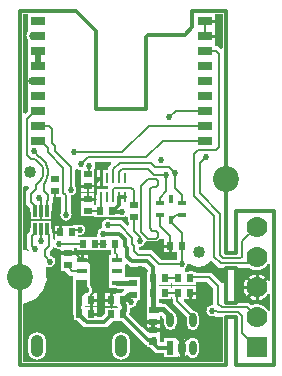
<source format=gbr>
G04 ================== begin FILE IDENTIFICATION RECORD ==================*
G04 Layout Name:  STEVAL-STLCR01V1.brd*
G04 Film Name:    STEVAL-STLCR01V1-01TOP.GBR*
G04 File Format:  Gerber RS274X*
G04 File Origin:  Cadence Allegro 16.5-P002*
G04 Origin Date:  Wed May 18 11:18:33 2016*
G04 *
G04 Layer:  VIA CLASS/TOP*
G04 Layer:  PIN/TOP*
G04 Layer:  ETCH/TOP*
G04 Layer:  BOARD GEOMETRY/TOOLING_CORNERS*
G04 *
G04 Offset:    (0.0000 0.0000)*
G04 Mirror:    No*
G04 Mode:      Positive*
G04 Rotation:  0*
G04 FullContactRelief:  No*
G04 UndefLineWidth:     0.0000*
G04 ================== end FILE IDENTIFICATION RECORD ====================*
%FSLAX25Y25*MOMM*%
%IR0*IPPOS*OFA0.00000B0.00000*MIA0B0*SFA1.00000B1.00000*%
%ADD15R,1.3X.8*%
%ADD11C,.52*%
%ADD21O,.5989X1.1989*%
%ADD22R,.5989X1.1989*%
%ADD10O,1.05X1.9*%
%ADD12C,2.2*%
%ADD18R,1.6002X2.54*%
%ADD20R,.25X.9*%
%ADD13C,1.016*%
%ADD19R,.635X.508*%
%ADD16R,.508X.635*%
%ADD26C,1.778*%
%ADD24R,.381X.7874*%
%ADD25R,1.778X1.778*%
%ADD14R,.3048X.9906*%
%ADD17R,.889X.4064*%
%ADD23R,.6858X.3556*%
%ADD27C,.2*%
%ADD28C,.3*%
%ADD29C,.4*%
%ADD30C,.5*%
%ADD31C,.25*%
%ADD32O,1.5044X2.3544*%
G75*
%LPD*%
G75*
G36*
G01X30000Y30000D02*
Y521660D01*
X34320Y522310D01*
G03X218350Y823090I-34321J227688D01*
G02X232700Y835310I9634J3222D01*
G03X265430Y926120I22626J43148D01*
G01X263950Y926430D01*
X252580Y937810D01*
Y959180D01*
X285020Y991620D01*
Y998990D01*
X292350D01*
X293870Y997320D01*
G03X338580Y982040I36134J32679D01*
G02X350530Y972040I1791J-10000D01*
G01Y801080D01*
X387320D01*
X428420Y759980D01*
X447280D01*
Y517280D01*
X447500D01*
Y473640D01*
G03X449270Y460460I50019J8D01*
G01X449410Y459950D01*
X450210Y446090D01*
X454180Y442540D01*
Y435000D01*
G03X455900Y421980I50022J-15D01*
G01X456080Y421330D01*
Y380530D01*
X488650D01*
X548470Y320710D01*
X734930D01*
X789750Y375530D01*
X860250D01*
X948430Y287350D01*
Y287340D01*
X1066010Y169760D01*
X1075530D01*
Y151080D01*
X1105250D01*
X1151350Y104980D01*
X1222340D01*
Y67340D01*
X1327750D01*
G02X1343030Y74770I10077J-1298D01*
G03X1408610Y84180I26975J45231D01*
G02X1424500Y82920I7447J-6912D01*
G03X1511340Y94990I40493J27091D01*
G03X1517660Y120000I-46349J25016D01*
G01Y180000D01*
G03X1425180Y214470I-52664J0D01*
G02X1409810I-7685J6654D01*
G03X1343030Y225230I-39811J-34472D01*
G02X1327750Y232660I-5203J8728D01*
G01X1222340D01*
Y195020D01*
X1188650D01*
X1185020Y198650D01*
Y228640D01*
X1184470Y229190D01*
Y418510D01*
G02X1193340Y421890I5080J-2D01*
G01X1201400Y412880D01*
X1222340Y391930D01*
Y350000D01*
G03X1327660I52660J0D01*
G01Y410000D01*
G03X1325250Y425760I-52662J11D01*
G01X1325020Y426500D01*
Y430720D01*
X1322040Y433700D01*
X1321680Y434390D01*
G03X1299400Y456670I-46675J-24395D01*
G01X1298710Y457030D01*
X1274120Y481620D01*
X1255480Y502490D01*
X1255410Y502570D01*
X1237650Y522390D01*
X1180020Y525630D01*
Y560530D01*
X1278920D01*
Y574980D01*
X1291080D01*
Y560530D01*
X1295070D01*
Y523420D01*
X1412320Y406170D01*
Y350100D01*
G03X1517660I52670J0D01*
G01Y410100D01*
G03X1470820Y462440I-52663J0D01*
G01X1469050Y462640D01*
X1388500Y543190D01*
G02X1395680Y560530I7186J7181D01*
G01X1488920D01*
Y669470D01*
X1291080D01*
Y655020D01*
X1278920D01*
Y669470D01*
X1179220D01*
Y680530D01*
X1278920D01*
Y694980D01*
X1291080D01*
Y680530D01*
X1488920D01*
Y704970D01*
X1588430D01*
X1639980Y653420D01*
Y519720D01*
G02X1629200Y509580I-10159J0D01*
G03X1646850Y416820I-2997J-48629D01*
G01X1650070Y418330D01*
X1658420Y409980D01*
X1720000D01*
Y30000D01*
X30000D01*
G37*
G36*
G01X630020Y1619220D02*
Y1657110D01*
G03X634140Y1705520I-40020J27786D01*
G02X643350Y1719980I9205J4300D01*
G01X768860D01*
G02X776040Y1702640I-6J-10159D01*
G01X749980Y1676580D01*
Y1652720D01*
X654780D01*
Y1517280D01*
X748420D01*
G02X752010Y1508610I-2J-5079D01*
G01X749980Y1506580D01*
Y1492720D01*
X654780D01*
Y1446380D01*
X649760Y1441360D01*
Y1362350D01*
X647680Y1360270D01*
X629470D01*
Y1458920D01*
X520530D01*
Y1261080D01*
X630380D01*
Y1251330D01*
X828220D01*
Y1254980D01*
X851350D01*
X852240Y1254630D01*
G03X898110Y1260210I17755J45369D01*
G02X914130Y1251910I5860J-8301D01*
G01Y1211080D01*
X928580D01*
Y1187540D01*
G02X911240Y1180360I-10159J6D01*
G01X861580Y1230020D01*
X772790D01*
G03X698450Y1175640I-27786J-40019D01*
G02X691290Y1162810I-9709J-2994D01*
G03X658020Y1098260I12241J-47158D01*
G02X648530Y1084470I-9489J-3630D01*
G01X493920D01*
Y1099500D01*
X499520D01*
X500030Y1099390D01*
G03X482110Y1187120I9869J47711D01*
G01X451320D01*
X443670Y1179470D01*
X296080D01*
Y1064970D01*
G03X294300Y1063160I33836J-35055D01*
G02X285500Y1066610I-3722J3455D01*
G01Y1093710D01*
X285020Y1094190D01*
Y1117290D01*
X270020Y1132290D01*
Y1150000D01*
G03X268190Y1161960I-40019J-3D01*
G01X267960Y1162700D01*
Y1222250D01*
X92040D01*
Y1162700D01*
X91810Y1161960D01*
G03X89980Y1150000I38189J-11963D01*
G01Y1132290D01*
X64980Y1107290D01*
Y993420D01*
X82030Y976380D01*
X82340Y974900D01*
G03X82700Y973340I47643J10173D01*
G02X76090Y967330I-4932J-1216D01*
G03X34320Y977690I-76074J-217334D01*
G01X30000Y978340D01*
Y1509740D01*
G02X43580Y1519310I10159J4D01*
G03X72680Y1512740I41412J115692D01*
G02X78850Y1495450I-1016J-10108D01*
G01X53520Y1470120D01*
Y1364170D01*
X89980Y1327710D01*
Y1310000D01*
G03X91810Y1298040I40019J3D01*
G01X92040Y1297300D01*
Y1237750D01*
X267960D01*
Y1297300D01*
X268190Y1298040D01*
G03X270020Y1310000I-38189J11963D01*
G01Y1372950D01*
X280770Y1383700D01*
Y1426080D01*
X346780D01*
X350900Y1421960D01*
Y1300600D01*
G03X430940I40020J-27790D01*
G01Y1436080D01*
X435450Y1436590D01*
G03X470020Y1512790I-5449J48414D01*
G01Y1652520D01*
G02X486190Y1660710I10159J-1D01*
G03X515410Y1651280I28811J39289D01*
G02X520530Y1646200I41J-5079D01*
G01Y1471080D01*
X629470D01*
Y1618670D01*
X630020Y1619220D01*
G37*
G36*
G01X67280Y2149880D02*
X47340Y2129940D01*
G02X30000Y2137120I-7181J7186D01*
G01Y2970000D01*
X67280D01*
Y2821840D01*
G03Y2760160I37720J-30840D01*
G01Y2149880D01*
G37*
G36*
G01X932150Y452930D02*
X930870Y475790D01*
G02X941700Y486490I10143J565D01*
G03X993480Y539920I3299J48608D01*
G02X1003590Y551080I10111J1000D01*
G01X1014470D01*
Y748920D01*
X973670D01*
X973020Y749100D01*
G03X951510Y750090I-13001J-48301D01*
G01X951080Y750020D01*
X892170D01*
Y849630D01*
G02X909510Y856820I10159J4D01*
G01X930310Y836020D01*
X1058230D01*
X1084180Y810070D01*
Y789470D01*
X1081080D01*
Y748670D01*
X1080900Y748020D01*
G03X1079180Y735000I48302J-13005D01*
G01Y615000D01*
G03X1079910Y606510I50018J24D01*
G01X1079980Y606080D01*
Y518920D01*
X1075530D01*
Y312110D01*
G02X1058190Y304920I-10159J-4D01*
G01X1038470Y324640D01*
Y324650D01*
X925820Y437300D01*
Y445840D01*
X932150Y452930D01*
G37*
G36*
G01X826200Y500530D02*
X829950Y496330D01*
X829730Y492500D01*
X829950Y488670D01*
X826200Y484470D01*
X726080D01*
Y439200D01*
X697630Y410750D01*
X653920D01*
Y489470D01*
X551810D01*
X549830Y491240D01*
G02X549820Y498810I3382J3789D01*
G01X551730Y500530D01*
X653920D01*
Y609470D01*
X618170D01*
G02X608350Y622230I1J10160D01*
G03X610010Y635010I-48365J12780D01*
G01Y645570D01*
G03X602720Y671570I-50010J0D01*
G01Y752720D01*
X592170D01*
Y933040D01*
X459470D01*
Y989980D01*
X486080D01*
Y975530D01*
X770780D01*
Y933040D01*
X757830D01*
Y656960D01*
X799510D01*
G03X825000Y649980I25490J43053D01*
G01X875510D01*
G02X882700Y632640I3J-10159D01*
G01X859530Y609470D01*
X726080D01*
Y500530D01*
X826200D01*
G37*
G36*
G01X480000Y550000D02*
Y720000D01*
X570000D01*
Y630000D01*
X530000Y590000D01*
Y550000D01*
X480000D01*
G37*
G36*
G01X1712650Y693950D02*
X1621590Y785010D01*
X1488920D01*
Y789470D01*
X1476880D01*
X1475600Y790320D01*
G03X1421560I-27020J-40540D01*
G01X1420280Y789470D01*
X1400780D01*
Y799850D01*
G03X1399380Y805000I-10162J3D01*
G02X1401560Y817880I8761J5142D01*
G03X1418710Y853850I-31559J37120D01*
G02X1435440Y861350I10155J-242D01*
G03X1612280Y879920I79561J93649D01*
G02X1627500Y880900I8041J-6206D01*
G01X1683420Y824980D01*
X1729990D01*
Y701130D01*
G02X1712650Y693950I-10159J6D01*
G37*
G36*
G01X1010060Y985510D02*
Y996200D01*
G02X1015130Y1001280I5080J0D01*
G03X1063450Y1044850I-128J48721D01*
G02X1080730Y1050950I10099J-1083D01*
G01X1081710Y1049980D01*
X1158290D01*
X1178310Y1070000D01*
X1221080D01*
Y955530D01*
X1329980D01*
Y895020D01*
X1288420D01*
X1287940Y894540D01*
X1199700D01*
X1119990Y974250D01*
X1021320D01*
X1010060Y985510D01*
G37*
G36*
G01X1702660Y2677940D02*
X1676580Y2704020D01*
X1652720D01*
Y2970000D01*
X1720000D01*
Y2685120D01*
G02X1702660Y2677940I-10159J6D01*
G37*
G36*
G01X2101090Y462790D02*
G03X1962710Y509300I-96093J-56789D01*
G01X1959580Y508020D01*
X1937500Y530100D01*
X1850010D01*
Y824980D01*
X1937660D01*
G03X2101090Y857210I67337J89020D01*
G02X2120000Y852040I8749J-5166D01*
G01Y721960D01*
G02X2101090Y716790I-10161J-4D01*
G03Y603210I-96090J-56790D01*
G02X2120000Y598040I8749J-5166D01*
G01Y467960D01*
G02X2101090Y462790I-10161J-4D01*
G37*
%LPC*%
G75*
G54D32*
X857500Y165000D03*
X142500D03*
%LPD*%
G75*
G54D10*
X142500Y165000D03*
X857500D03*
G54D20*
X890000Y1425000D03*
X840000D03*
X790000D03*
X740000D03*
X690000D03*
Y1585000D03*
X740000D03*
X790000D03*
X840000D03*
X890000D03*
G54D11*
X100000Y450000D03*
X65000Y340000D03*
X59520Y1230000D03*
X130000Y985000D03*
X165000Y1420000D03*
X95000Y2410000D03*
X120000Y1810000D03*
X155000Y2283000D03*
X120000Y2537000D03*
X105000Y2791000D03*
X285000Y640000D03*
X210000Y540000D03*
X705000Y629300D03*
X795000Y630000D03*
X705000Y555000D03*
X675000Y885000D03*
Y705000D03*
Y795000D03*
X255330Y878460D03*
X559990Y635010D03*
X745000Y1190000D03*
X870000Y1300000D03*
X600000Y1115000D03*
X703530Y1115650D03*
X730000Y1695000D03*
X475000Y1370000D03*
X390920Y1272810D03*
X509900Y1147100D03*
X590000Y1684900D03*
X430000Y1485000D03*
X515000Y1700000D03*
X310000Y1580000D03*
X180000Y1050000D03*
X330000Y1030000D03*
X305000Y1250000D03*
X463030Y1804190D03*
X1010000Y160000D03*
X1464990Y110010D03*
X1448580Y749780D03*
X1135210Y214780D03*
X960000Y235000D03*
X945000Y535100D03*
X1015000Y815000D03*
X1675000Y350000D03*
X1635000Y830000D03*
X1270000Y920000D03*
X1370000Y855000D03*
X1626200Y460950D03*
X1515000Y265000D03*
X1015000Y455000D03*
X1075000Y1005000D03*
X1015000Y1050000D03*
X1242760Y1610000D03*
X1316420Y1624330D03*
X1575000Y1760000D03*
X1195000Y1735000D03*
X1265000Y2100000D03*
X1580000Y2410000D03*
X1550000Y2275000D03*
X1565000Y2920000D03*
Y2791000D03*
X1570000Y2535000D03*
G54D30*
G01X155000Y2537000D02*
Y2664000D01*
G54D12*
X0Y750000D03*
X1750000Y1580000D03*
G54D21*
X1464990Y150000D03*
X1370000D03*
X1275000Y380000D03*
X1464990Y380100D03*
G54D31*
G01X155000Y2791000D02*
X105000D01*
G01X605800Y435000D02*
X659000D01*
G01X605800D02*
Y494550D01*
G01Y555000D02*
X659000D01*
G01X605800Y495450D02*
Y555000D01*
G01X721000D02*
X774200D01*
G01D02*
Y614550D01*
G01Y495450D02*
Y555000D01*
G01X525000Y890000D02*
X597250D01*
G01X525000D02*
Y938120D01*
G01X649700Y1585000D02*
X690000D01*
G01D02*
Y1657800D01*
G01Y1512200D02*
Y1585000D01*
G01X291000Y1125000D02*
X344200D01*
G01D02*
Y1184550D01*
G01X575000Y1410800D02*
X634550D01*
G01X515450D02*
X575000D01*
G01X515450Y1519200D02*
X575000D01*
G01X300000Y1575800D02*
X304200Y1580000D01*
X310000D01*
G01X306350Y1575800D02*
X300000D01*
G01X1440800Y615000D02*
X1494000D01*
G01X1440800Y555450D02*
Y615000D01*
G01X1216000Y1010000D02*
X1269200D01*
G01Y950450D02*
Y1010000D01*
G01X1565000Y2791000D02*
X1657800D01*
G01X1565000Y2918000D02*
X1657800D01*
G01X1917400Y747600D02*
X2005000Y660000D01*
G01D02*
X2092600Y747600D01*
G01X1917400Y572400D02*
X2005000Y660000D01*
G01X1888300D02*
X2005000D01*
G01D02*
Y776700D01*
G01Y543300D02*
Y660000D01*
G54D13*
X85000Y1635000D03*
X1515000Y955000D03*
G54D22*
X1275000Y150000D03*
G54D23*
X1185000Y1370000D03*
Y1270000D03*
X1375000Y1370000D03*
Y1270000D03*
G54D14*
X130000Y1150000D03*
Y1310000D03*
X230000Y1150000D03*
X180000D03*
Y1310000D03*
X230000D03*
G54D24*
X1280000Y1410000D03*
Y1230000D03*
G54D15*
X155000Y2410000D03*
Y2283000D03*
Y2156000D03*
Y2029000D03*
Y1902000D03*
Y2918000D03*
Y2791000D03*
Y2664000D03*
Y2537000D03*
X1565000Y1902000D03*
Y2029000D03*
Y2156000D03*
Y2283000D03*
Y2410000D03*
Y2537000D03*
Y2664000D03*
Y2791000D03*
Y2918000D03*
G54D25*
X2005000Y152000D03*
G54D16*
X774200Y430000D03*
X875800D03*
X605800Y435000D03*
X504200D03*
X605800Y555000D03*
X504200D03*
X774200D03*
X875800D03*
X780100Y1305800D03*
X678500D03*
X810800Y1030000D03*
X709200D03*
X445800Y1125000D03*
X344200D03*
X635800Y1030000D03*
X534200D03*
X1440800Y735000D03*
X1339200D03*
X1230800D03*
X1129200D03*
Y615000D03*
X1230800D03*
X1339200D03*
X1440800D03*
X1269200Y1010000D03*
X1370800D03*
G54D17*
X825000Y700000D03*
Y795000D03*
Y890000D03*
X525000D03*
Y795000D03*
Y700000D03*
G54D26*
X2005000Y406000D03*
Y660000D03*
Y914000D03*
Y1168000D03*
G54D27*
G01X155000Y2156000D02*
X130000D01*
X57500Y2083500D01*
Y1782500D01*
X92140Y1747860D01*
X96120D01*
X117920Y1743530D01*
X138460Y1735020D01*
X156950Y1722670D01*
X172670Y1706950D01*
X185020Y1688460D01*
X193530Y1667920D01*
X197860Y1646120D01*
Y1623880D01*
X193530Y1602080D01*
X185020Y1581540D01*
X172670Y1563050D01*
X138440Y1528820D01*
Y1517270D01*
X135000Y1514970D01*
Y1495000D01*
X93540Y1453540D01*
Y1380750D01*
X130000Y1344290D01*
Y1310000D01*
G01Y985000D02*
X105000Y1010000D01*
Y1090710D01*
X130000Y1115710D01*
Y1150000D01*
G01X55000Y2410000D02*
X95000D01*
G01X390920Y1272810D02*
Y1438540D01*
X369520Y1459940D01*
Y1510060D01*
X370000Y1510540D01*
Y1674130D01*
X241220Y1802910D01*
Y1840780D01*
X180000Y1902000D01*
X155000D01*
G01X430000Y1485000D02*
Y1680000D01*
X300000Y1810000D01*
Y1855000D01*
X275000Y1880000D01*
Y2004000D01*
X250000Y2029000D01*
X155000D01*
G01X95000Y2410000D02*
X155000D01*
G01X120000Y1810000D02*
X162770Y1767230D01*
X168960D01*
X203740Y1732450D01*
X206140Y1728860D01*
X220470Y1714530D01*
Y1707410D01*
X232000Y1679590D01*
X237860Y1650060D01*
Y1619940D01*
X232000Y1590410D01*
X220470Y1562590D01*
X203740Y1537550D01*
Y1478870D01*
X240750Y1441860D01*
Y1400280D01*
X230000Y1389530D01*
Y1310000D01*
G01X525000Y890000D02*
X464200Y950800D01*
G01X628660Y748660D02*
X675000Y795000D01*
G01X620990Y609740D02*
Y615990D01*
X625000Y620000D01*
G01X605800Y555000D02*
Y594550D01*
X620990Y609740D01*
G01X810800Y1030000D02*
Y954520D01*
X825000Y940320D01*
Y890000D01*
G01X525000Y795000D02*
X520000Y800000D01*
X445000D01*
X405000Y840000D01*
Y849200D01*
G01X675000Y705000D02*
Y795000D01*
G01X255330Y878460D02*
X212560Y921230D01*
Y975760D01*
X245000Y1008200D01*
Y1022390D01*
X245480Y1022870D01*
Y1077130D01*
X245000Y1077610D01*
Y1100710D01*
X230000Y1115710D01*
Y1150000D01*
G01X305000Y1250000D02*
X360480Y1194520D01*
G01X180000Y1310000D02*
Y1230000D01*
G01X690000Y1585000D02*
X650000Y1545000D01*
G01X300000Y1474200D02*
Y1418800D01*
G01D02*
X305000Y1413800D01*
Y1250000D01*
G01X650000Y1545000D02*
Y1535000D01*
X634200Y1519200D01*
G01D02*
X575000D01*
G01X340000Y950000D02*
X340800Y950800D01*
G01X790000Y1425000D02*
Y1490000D01*
X805000Y1505000D01*
X945000D01*
X968600Y1481400D01*
Y1360800D01*
G01X690000Y1425000D02*
X689780Y1424780D01*
Y1345770D01*
X678500Y1334490D01*
Y1305800D01*
G01X790000Y1585000D02*
Y1660000D01*
X845000Y1715000D01*
X1110000D01*
X1146000Y1679000D01*
X1261750D01*
X1316420Y1624330D01*
G01X840000Y1585000D02*
Y1640000D01*
X865000Y1665000D01*
X1084970D01*
X1139970Y1610000D01*
X1242760D01*
G01X745000Y1190000D02*
X845000D01*
X954000Y1081000D01*
Y1024730D01*
X970040Y1008680D01*
Y968930D01*
X1004740Y934230D01*
X1103410D01*
X1183120Y854520D01*
X1304520D01*
X1305000Y855000D01*
X1370000D01*
G01X575000Y1309200D02*
X675100D01*
X678500Y1305800D01*
G01X709200Y1030000D02*
X729200D01*
G01X635800D02*
X709200D01*
G01X445800Y1125000D02*
X467900Y1147100D01*
X509900D01*
G01X590000Y1684900D02*
Y1635800D01*
X575000Y1620800D01*
G01Y1410800D02*
Y1519200D01*
G01X534200Y1030000D02*
X330000D01*
G01X180000Y1150000D02*
Y1050000D01*
G01Y1310000D02*
Y1405000D01*
X165000Y1420000D01*
G01X515000Y1700000D02*
X575000Y1760000D01*
X1070000D01*
X1212000Y1902000D01*
X1565000D01*
G01X463030Y1804190D02*
X869190D01*
X1094000Y2029000D01*
X1565000D01*
G01X1464990Y150000D02*
Y110010D01*
G01X1660000Y800000D02*
Y805000D01*
X1635000Y830000D01*
G01X1246340Y943660D02*
X1270000Y920000D01*
G01X1515000Y265000D02*
X1468740D01*
X1426140Y222400D01*
X1412400D01*
G01D02*
X1370000Y180000D01*
G01X2005000Y914000D02*
X1956000Y865000D01*
X1700000D01*
X1645000Y920000D01*
Y1260000D01*
X1475000Y1430000D01*
Y1790000D01*
X1510000Y1825000D01*
X1573730D01*
X1574730Y1826000D01*
X1661000D01*
X1685000Y1850000D01*
Y2639000D01*
X1660000Y2664000D01*
X1565000D01*
G01X2005000Y406000D02*
X1920920Y490080D01*
X1709920D01*
X1680000Y520000D01*
Y670000D01*
X1605010Y744990D01*
X1450790D01*
X1440800Y735000D01*
G01X1448580Y749780D02*
X1446190Y747390D01*
X1440290D01*
X1439090Y746190D01*
Y743810D01*
X1440800Y742100D01*
Y735000D01*
G01X1370800Y1010000D02*
Y941710D01*
X1370000Y940910D01*
Y855000D01*
G01X2005000Y152000D02*
X1881100Y275900D01*
Y418900D01*
X1850000Y450000D01*
X1675000D01*
X1664050Y460950D01*
X1626200D01*
G01X1339200Y615000D02*
X1335090Y610890D01*
Y540000D01*
X1464990Y410100D01*
Y380100D01*
G01X1230800Y735000D02*
X1339200D01*
G01X1230800Y615000D02*
X1339200D01*
G01X2005000Y1168000D02*
X1886100Y1049100D01*
Y951100D01*
X1880000Y945000D01*
X1881100Y943900D01*
Y920000D01*
X1866100Y905000D01*
X1725000D01*
X1695000Y935000D01*
Y1285000D01*
X1525000Y1455000D01*
Y1710000D01*
X1575000Y1760000D01*
G01X1015000Y1050000D02*
Y1090000D01*
X968600Y1136400D01*
Y1259200D01*
G01X1370800Y1010000D02*
Y1118880D01*
X1280000Y1209680D01*
Y1230000D01*
G01X1185000Y1270000D02*
Y1180000D01*
X1269200Y1095800D01*
Y1010000D01*
G01X1185000Y1370000D02*
Y1417780D01*
X1242760Y1475540D01*
Y1610000D01*
G01X1150000Y1580000D02*
X1090000D01*
X1030000Y1520000D01*
Y1130000D01*
X1090000Y1070000D01*
X1150000D01*
X1170000Y1090000D01*
Y1120000D01*
X1150000Y1140000D01*
X1120000D01*
X1100000Y1160000D01*
Y1490000D01*
X1120000Y1510000D01*
X1150000D01*
X1170000Y1530000D01*
Y1560000D01*
X1150000Y1580000D01*
G01X1316420Y1624330D02*
Y1563850D01*
X1315000Y1562430D01*
Y1500000D01*
X1375000Y1440000D01*
Y1370000D01*
G01Y1270000D02*
X1320000D01*
X1280000Y1230000D01*
G01X1550000Y2275000D02*
X1558000Y2283000D01*
X1565000D01*
G01Y2410000D02*
X1580000D01*
G01X1265000Y2100000D02*
X1321000Y2156000D01*
X1565000D01*
G01Y2791000D02*
Y2918000D01*
G01X1570000Y2535000D02*
X1565000Y2530000D01*
X1558000D01*
X1565000Y2537000D01*
G54D18*
X675000Y795000D03*
G54D28*
G01X0Y0D02*
X1750000D01*
Y410000D01*
X1830000D01*
Y0D01*
X2150000D01*
Y1310000D01*
X1830000D01*
Y950000D01*
X1750000D01*
Y3000000D01*
X1460000D01*
Y2860000D01*
X1400000Y2800000D01*
X1090000D01*
X1070000Y2780000D01*
Y2170000D01*
X650000D01*
Y2830000D01*
X480000Y3000000D01*
X0D01*
Y0D01*
G01X155000Y2537000D02*
X120000D01*
G01X597250Y938120D02*
Y872750D01*
X675000Y795000D01*
G01X1135210Y214780D02*
X1084660D01*
X993450Y305990D01*
Y306000D01*
X875800Y423650D01*
Y430000D01*
G01X504200Y435000D02*
Y428650D01*
X567120Y365730D01*
X716280D01*
X774200Y423650D01*
Y430000D01*
G01X875800Y555000D02*
X930000D01*
X945000Y540000D01*
Y535100D01*
G01X1129200Y735000D02*
Y828720D01*
X1076880Y881040D01*
X948960D01*
X910000Y920000D01*
Y990000D01*
X890000Y1010000D01*
Y1067920D01*
X842270Y1115650D01*
X798160D01*
X797960Y1115450D01*
X764730D01*
X764530Y1115650D01*
X703530D01*
G01X464200Y950800D02*
X405000D01*
G01X490000Y955000D02*
X485800Y950800D01*
X464200D01*
G01X340800D02*
X405000D01*
G01X890000Y1425000D02*
X840000D01*
G01D02*
Y1360000D01*
X785800Y1305800D01*
G01D02*
X780100D01*
G01X870000Y1300000D02*
X800000D01*
X794200Y1305800D01*
X785800D01*
G01X1370000Y150000D02*
Y180000D01*
G01X1135210Y214780D02*
X1140000Y209990D01*
Y180000D01*
X1170000Y150000D01*
X1275000D01*
G01X1060000Y325000D02*
X1084200Y300800D01*
X1130000D01*
G01Y369200D02*
X1070450D01*
G01X1370000Y200000D02*
Y255000D01*
G01X1325000Y245000D02*
X1370000Y200000D01*
G01X1205000Y305000D02*
X1200800Y300800D01*
G01X1130000Y369200D02*
X1189550D01*
G01X1200800Y300800D02*
X1130000D01*
G01X1370000Y180000D02*
Y200000D01*
G01X1130000Y199200D02*
Y209570D01*
X1135210Y214780D01*
G01X1130000Y300800D02*
Y369200D01*
G01X1830000Y530000D02*
X1750000D01*
Y820000D01*
X1830000D01*
Y530000D01*
G54D19*
X405000Y849200D03*
X575000Y1309200D03*
Y1410800D03*
Y1519200D03*
Y1620800D03*
X300000Y1474200D03*
Y1575800D03*
X405000Y950800D03*
X960000Y700800D03*
Y599200D03*
X1130000Y199200D03*
Y300800D03*
Y470800D03*
Y369200D03*
X968600Y1360800D03*
Y1259200D03*
G54D29*
G01X875800Y430000D02*
Y464920D01*
X881050Y470800D01*
X879830Y492500D01*
X881050Y514200D01*
X875800Y520080D01*
Y555000D01*
G01X960000Y599200D02*
X920000D01*
X875800Y555000D01*
G01X825000Y700000D02*
X959200D01*
X960000Y700800D01*
G01X559990Y635010D02*
Y645570D01*
X547170Y656180D01*
Y677830D01*
X525000Y700000D01*
G01X500210Y551010D02*
Y521510D01*
X498950Y520380D01*
Y517940D01*
X498800Y517790D01*
X497520Y516360D01*
Y473640D01*
X498800Y472200D01*
X498950Y469620D01*
X504200Y464930D01*
Y435000D01*
G01X500210Y551010D02*
X504200Y555000D01*
G01X1370000Y150000D02*
Y50000D01*
G01X1129200Y615000D02*
Y735000D01*
G01X1130000Y470800D02*
Y614200D01*
X1129200Y615000D01*
G01X1130000Y470800D02*
X1164920D01*
X1170800Y476050D01*
X1214200Y473610D01*
X1217560Y469860D01*
X1217610Y469800D01*
X1237760Y447250D01*
X1275000Y410000D01*
Y380000D01*
M02*

</source>
